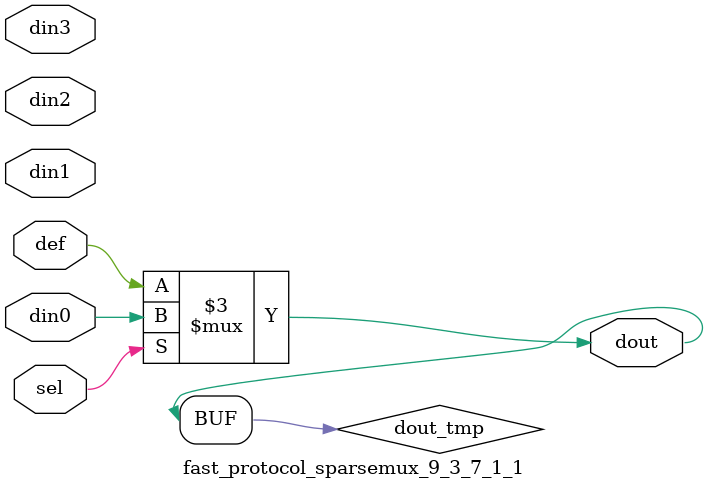
<source format=v>
`timescale 1ns / 1ps

module fast_protocol_sparsemux_9_3_7_1_1 (din0,din1,din2,din3,def,sel,dout);

parameter din0_WIDTH = 1;

parameter din1_WIDTH = 1;

parameter din2_WIDTH = 1;

parameter din3_WIDTH = 1;

parameter def_WIDTH = 1;
parameter sel_WIDTH = 1;
parameter dout_WIDTH = 1;

parameter [sel_WIDTH-1:0] CASE0 = 1;

parameter [sel_WIDTH-1:0] CASE1 = 1;

parameter [sel_WIDTH-1:0] CASE2 = 1;

parameter [sel_WIDTH-1:0] CASE3 = 1;

parameter ID = 1;
parameter NUM_STAGE = 1;



input [din0_WIDTH-1:0] din0;

input [din1_WIDTH-1:0] din1;

input [din2_WIDTH-1:0] din2;

input [din3_WIDTH-1:0] din3;

input [def_WIDTH-1:0] def;
input [sel_WIDTH-1:0] sel;

output [dout_WIDTH-1:0] dout;



reg [dout_WIDTH-1:0] dout_tmp;


always @ (*) begin
(* parallel_case *) case (sel)
    
    CASE0 : dout_tmp = din0;
    
    CASE1 : dout_tmp = din1;
    
    CASE2 : dout_tmp = din2;
    
    CASE3 : dout_tmp = din3;
    
    default : dout_tmp = def;
endcase
end


assign dout = dout_tmp;



endmodule

</source>
